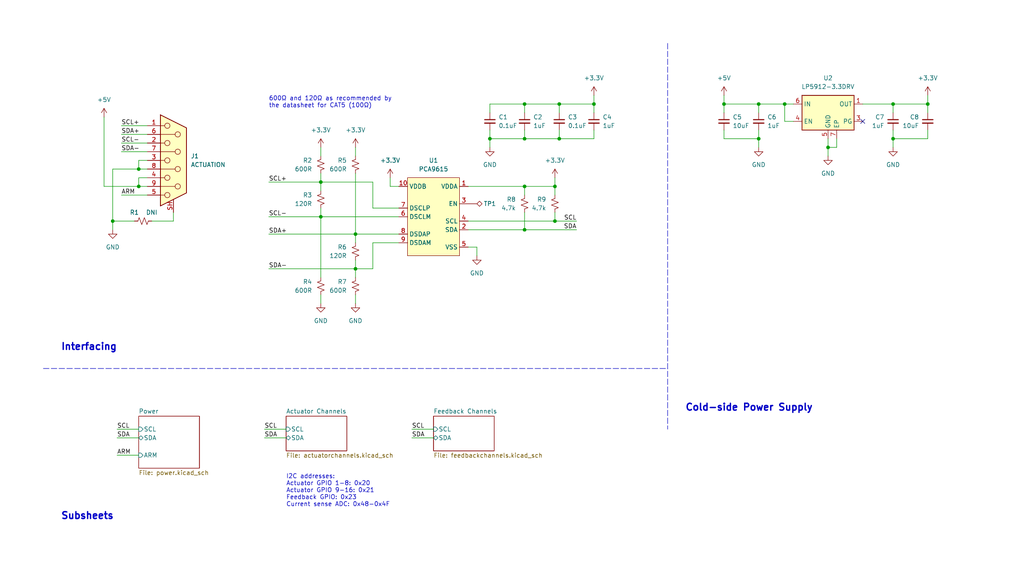
<source format=kicad_sch>
(kicad_sch (version 20211123) (generator eeschema)
  (paper "User" 299.999 170.002)
  (lib_symbols
    (symbol "+3.3V_1" (power) (pin_names (offset 0))
      (property "Value" "+3.3V_1" (at 0 3.556 0))
      (symbol "+3.3V_1_0_1"
        (polyline (pts (xy -0.762 1.27) (xy 0 2.54)))
        (polyline (pts (xy 0 0) (xy 0 2.54)))
        (polyline (pts (xy 0 2.54) (xy 0.762 1.27)))
      )
      (symbol "+3.3V_1_1_1"
        (pin power_in line (at 0 0 90) (length 0) hide (name "+3.3V") (number "1"))
      )
    )
    (symbol "+5V_1" (power) (pin_names (offset 0))
      (property "Value" "+5V_1" (at 0 3.556 0))
      (symbol "+5V_1_0_1"
        (polyline (pts (xy -0.762 1.27) (xy 0 2.54)))
        (polyline (pts (xy 0 0) (xy 0 2.54)))
        (polyline (pts (xy 0 2.54) (xy 0.762 1.27)))
      )
      (symbol "+5V_1_1_1"
        (pin power_in line (at 0 0 90) (length 0) hide (name "+5V") (number "1"))
      )
    )
    (symbol "Connector:DB9_Female_MountingHoles" (pin_names (offset 1.016) hide)
      (property "Reference" "J?" (at 5.08 1.2701 0))
      (property "Value" "DB9_Female_MountingHoles" (at 5.08 -1.2699 0))
      (symbol "DB9_Female_MountingHoles_0_1"
        (circle (center -1.778 -10.16) (radius 0.762))
        (circle (center -1.778 -5.08) (radius 0.762))
        (circle (center -1.778 0) (radius 0.762))
        (circle (center -1.778 5.08) (radius 0.762))
        (circle (center -1.778 10.16) (radius 0.762))
        (polyline (pts (xy -3.81 -10.16) (xy -2.54 -10.16)))
        (polyline (pts (xy -3.81 -7.62) (xy 0.508 -7.62)))
        (polyline (pts (xy -3.81 -5.08) (xy -2.54 -5.08)))
        (polyline (pts (xy -3.81 -2.54) (xy 0.508 -2.54)))
        (polyline (pts (xy -3.81 0) (xy -2.54 0)))
        (polyline (pts (xy -3.81 2.54) (xy 0.508 2.54)))
        (polyline (pts (xy -3.81 5.08) (xy -2.54 5.08)))
        (polyline (pts (xy -3.81 7.62) (xy 0.508 7.62)))
        (polyline (pts (xy -3.81 10.16) (xy -2.54 10.16)))
        (polyline (pts (xy -3.81 13.335) (xy -3.81 -13.335) (xy 3.81 -9.525) (xy 3.81 9.525) (xy -3.81 13.335)) (stroke (width 0.254)) (fill (type background)))
        (circle (center 1.27 -7.62) (radius 0.762))
        (circle (center 1.27 -2.54) (radius 0.762))
        (circle (center 1.27 2.54) (radius 0.762))
        (circle (center 1.27 7.62) (radius 0.762))
      )
      (symbol "DB9_Female_MountingHoles_1_1"
        (pin passive line (at -7.62 10.16 0) (length 3.81) (name "1") (number "1"))
        (pin passive line (at -7.62 5.08 0) (length 3.81) (name "2") (number "2"))
        (pin passive line (at -7.62 0 0) (length 3.81) (name "3") (number "3"))
        (pin passive line (at -7.62 -5.08 0) (length 3.81) (name "4") (number "4"))
        (pin passive line (at -7.62 -10.16 0) (length 3.81) (name "5") (number "5"))
        (pin passive line (at -7.62 7.62 0) (length 3.81) (name "6") (number "6"))
        (pin passive line (at -7.62 2.54 0) (length 3.81) (name "7") (number "7"))
        (pin passive line (at -7.62 -2.54 0) (length 3.81) (name "8") (number "8"))
        (pin passive line (at -7.62 -7.62 0) (length 3.81) (name "9") (number "9"))
        (pin passive line (at 0 -15.24 90) (length 3.81) (name "PAD") (number "SH"))
      )
    )
    (symbol "Connector:TestPoint_Alt" (pin_numbers hide) (pin_names (offset 0.762) hide)
      (property "Reference" "TP" (at 0 6.858 0))
      (property "Value" "TestPoint_Alt" (at 0 5.08 0))
      (symbol "TestPoint_Alt_0_1"
        (polyline (pts (xy 0 2.54) (xy -0.762 3.302) (xy 0 4.064) (xy 0.762 3.302) (xy 0 2.54)))
      )
      (symbol "TestPoint_Alt_1_1"
        (pin passive line (at 0 0 90) (length 2.54) (name "1") (number "1"))
      )
    )
    (symbol "Device:C_Small" (pin_numbers hide) (pin_names (offset 0.254) hide)
      (property "Reference" "C" (at 0.254 1.778 0))
      (property "Value" "C_Small" (at 0.254 -2.032 0))
      (symbol "C_Small_0_1"
        (polyline (pts (xy -1.524 -0.508) (xy 1.524 -0.508)) (stroke (width 0.3302)))
        (polyline (pts (xy -1.524 0.508) (xy 1.524 0.508)) (stroke (width 0.3048)))
      )
      (symbol "C_Small_1_1"
        (pin passive line (at 0 2.54 270) (length 2.032) (name "~") (number "1"))
        (pin passive line (at 0 -2.54 90) (length 2.032) (name "~") (number "2"))
      )
    )
    (symbol "Device:R_Small_US" (pin_numbers hide) (pin_names (offset 0.254) hide)
      (property "Reference" "R" (at 0.762 0.508 0))
      (property "Value" "R_Small_US" (at 0.762 -1.016 0))
      (symbol "R_Small_US_1_1"
        (polyline (pts (xy 0 0) (xy 1.016 -0.381) (xy 0 -0.762) (xy -1.016 -1.143) (xy 0 -1.524)))
        (polyline (pts (xy 0 1.524) (xy 1.016 1.143) (xy 0 0.762) (xy -1.016 0.381) (xy 0 0)))
        (pin passive line (at 0 2.54 270) (length 1.016) (name "~") (number "1"))
        (pin passive line (at 0 -2.54 90) (length 1.016) (name "~") (number "2"))
      )
    )
    (symbol "GND_1" (power) (pin_names (offset 0))
      (property "Value" "GND_1" (at 0 -3.81 0))
      (symbol "GND_1_0_1"
        (polyline (pts (xy 0 0) (xy 0 -1.27) (xy 1.27 -1.27) (xy 0 -2.54) (xy -1.27 -1.27) (xy 0 -1.27)))
      )
      (symbol "GND_1_1_1"
        (pin power_in line (at 0 0 270) (length 0) hide (name "GND") (number "1"))
      )
    )
    (symbol "Regulator_Linear:LP5912-3.3DRV"
      (property "Reference" "U" (at -3.81 6.35 0))
      (property "Value" "LP5912-3.3DRV" (at 6.35 6.35 0))
      (symbol "LP5912-3.3DRV_0_1"
        (rectangle (start -7.62 -5.08) (end 7.62 5.08) (stroke (width 0.254)) (fill (type background)))
        (pin power_out line (at 10.16 2.54 180) (length 2.54) (name "OUT") (number "1"))
        (pin no_connect line (at 7.62 0 180) (length 2.54) hide (name "NC") (number "2"))
        (pin input line (at -10.16 -2.54 0) (length 2.54) (name "EN") (number "4"))
        (pin power_in line (at 0 -7.62 90) (length 2.54) (name "GND") (number "5"))
        (pin power_in line (at -10.16 2.54 0) (length 2.54) (name "IN") (number "6"))
      )
      (symbol "LP5912-3.3DRV_1_1"
        (pin open_collector line (at 10.16 -2.54 180) (length 2.54) (name "PG") (number "3"))
        (pin passive line (at 2.54 -7.62 90) (length 2.54) (name "EP") (number "7"))
      )
    )
    (symbol "interface:PCA9615"
      (property "Reference" "U" (at 0 3.81 0))
      (property "Value" "PCA9615" (at 0 1.27 0))
      (symbol "PCA9615_0_0"
        (pin power_in line (at -10.16 -2.54 0) (length 2.54) (name "VDDA") (number "1"))
        (pin power_in line (at 10.16 -2.54 180) (length 2.54) (name "VDDB") (number "10"))
        (pin bidirectional line (at -10.16 -15.24 0) (length 2.54) (name "SDA") (number "2"))
        (pin input line (at -10.16 -7.62 0) (length 2.54) (name "EN") (number "3"))
        (pin bidirectional line (at -10.16 -12.7 0) (length 2.54) (name "SCL") (number "4"))
        (pin power_in line (at -10.16 -20.32 0) (length 2.54) (name "VSS") (number "5"))
        (pin bidirectional line (at 10.16 -11.43 180) (length 2.54) (name "DSCLM") (number "6"))
        (pin bidirectional line (at 10.16 -8.89 180) (length 2.54) (name "DSCLP") (number "7"))
        (pin bidirectional line (at 10.16 -16.51 180) (length 2.54) (name "DSDAP") (number "8"))
        (pin bidirectional line (at 10.16 -19.05 180) (length 2.54) (name "DSDAM") (number "9"))
      )
      (symbol "PCA9615_0_1"
        (rectangle (start -7.62 0) (end 7.62 -22.86) (fill (type background)))
      )
    )
    (symbol "power:+3.3V" (power) (pin_names (offset 0))
      (property "Value" "+3.3V" (at 0 3.556 0))
      (symbol "+3.3V_0_1"
        (polyline (pts (xy -0.762 1.27) (xy 0 2.54)))
        (polyline (pts (xy 0 0) (xy 0 2.54)))
        (polyline (pts (xy 0 2.54) (xy 0.762 1.27)))
      )
      (symbol "+3.3V_1_1"
        (pin power_in line (at 0 0 90) (length 0) hide (name "+3.3V") (number "1"))
      )
    )
    (symbol "power:+5V" (power) (pin_names (offset 0))
      (property "Value" "+5V" (at 0 3.556 0))
      (symbol "+5V_0_1"
        (polyline (pts (xy -0.762 1.27) (xy 0 2.54)))
        (polyline (pts (xy 0 0) (xy 0 2.54)))
        (polyline (pts (xy 0 2.54) (xy 0.762 1.27)))
      )
      (symbol "+5V_1_1"
        (pin power_in line (at 0 0 90) (length 0) hide (name "+5V") (number "1"))
      )
    )
    (symbol "power:GND" (power) (pin_names (offset 0))
      (property "Value" "GND" (at 0 -3.81 0))
      (symbol "GND_0_1"
        (polyline (pts (xy 0 0) (xy 0 -1.27) (xy 1.27 -1.27) (xy 0 -2.54) (xy -1.27 -1.27) (xy 0 -1.27)))
      )
      (symbol "GND_1_1"
        (pin power_in line (at 0 0 270) (length 0) hide (name "GND") (number "1"))
      )
    )
  )
  (junction (at 222.25 30.48))
  (junction (at 40.64 54.61))
  (junction (at 93.98 63.5))
  (junction (at 40.64 49.53))
  (junction (at 271.78 30.48))
  (junction (at 143.51 40.64))
  (junction (at 163.83 30.48))
  (junction (at 104.14 78.74))
  (junction (at 162.56 54.61))
  (junction (at 222.25 40.64))
  (junction (at 212.09 30.48))
  (junction (at 104.14 68.58))
  (junction (at 242.57 43.18))
  (junction (at 173.99 30.48))
  (junction (at 261.62 40.64))
  (junction (at 153.67 54.61))
  (junction (at 163.83 40.64))
  (junction (at 33.02 64.77))
  (junction (at 153.67 40.64))
  (junction (at 261.62 30.48))
  (junction (at 162.56 64.77))
  (junction (at 229.87 30.48))
  (junction (at 93.98 53.34))
  (junction (at 153.67 30.48))
  (junction (at 153.67 67.31))
  (no_connect (at 252.73 35.56))
  (wire (pts (xy 261.62 38.1) (xy 261.62 40.64)))
  (wire (pts (xy 222.25 30.48) (xy 222.25 33.02)))
  (wire (pts (xy 153.67 30.48) (xy 163.83 30.48)))
  (wire (pts (xy 33.02 49.53) (xy 33.02 64.77)))
  (wire (pts (xy 104.14 68.58) (xy 78.74 68.58)))
  (wire (pts (xy 232.41 35.56) (xy 229.87 35.56)))
  (wire (pts (xy 40.64 54.61) (xy 30.48 54.61)))
  (wire (pts (xy 104.14 76.2) (xy 104.14 78.74)))
  (wire (pts (xy 93.98 63.5) (xy 78.74 63.5)))
  (wire (pts (xy 162.56 62.23) (xy 162.56 64.77)))
  (wire (pts (xy 168.91 67.31) (xy 153.67 67.31)))
  (wire (pts (xy 104.14 43.18) (xy 104.14 45.72)))
  (wire (pts (xy 93.98 43.18) (xy 93.98 45.72)))
  (wire (pts (xy 109.22 60.96) (xy 116.84 60.96)))
  (wire (pts (xy 162.56 54.61) (xy 162.56 52.07)))
  (wire (pts (xy 77.47 128.27) (xy 83.82 128.27)))
  (wire (pts (xy 242.57 40.64) (xy 242.57 43.18)))
  (wire (pts (xy 153.67 62.23) (xy 153.67 67.31)))
  (wire (pts (xy 153.67 54.61) (xy 153.67 57.15)))
  (wire (pts (xy 245.11 43.18) (xy 245.11 40.64)))
  (wire (pts (xy 229.87 30.48) (xy 232.41 30.48)))
  (wire (pts (xy 261.62 43.18) (xy 261.62 40.64)))
  (wire (pts (xy 162.56 54.61) (xy 153.67 54.61)))
  (wire (pts (xy 34.29 128.27) (xy 40.64 128.27)))
  (wire (pts (xy 93.98 50.8) (xy 93.98 53.34)))
  (wire (pts (xy 30.48 34.29) (xy 30.48 54.61)))
  (wire (pts (xy 271.78 27.94) (xy 271.78 30.48)))
  (wire (pts (xy 143.51 43.18) (xy 143.51 40.64)))
  (polyline (pts (xy 195.58 12.7) (xy 195.58 125.73)))
  (wire (pts (xy 212.09 40.64) (xy 222.25 40.64)))
  (wire (pts (xy 222.25 30.48) (xy 229.87 30.48)))
  (wire (pts (xy 109.22 53.34) (xy 109.22 60.96)))
  (wire (pts (xy 50.8 64.77) (xy 50.8 62.23)))
  (wire (pts (xy 104.14 78.74) (xy 104.14 81.28)))
  (wire (pts (xy 212.09 30.48) (xy 222.25 30.48)))
  (wire (pts (xy 261.62 30.48) (xy 261.62 33.02)))
  (wire (pts (xy 40.64 49.53) (xy 33.02 49.53)))
  (wire (pts (xy 93.98 63.5) (xy 93.98 81.28)))
  (wire (pts (xy 168.91 64.77) (xy 162.56 64.77)))
  (wire (pts (xy 104.14 88.9) (xy 104.14 86.36)))
  (wire (pts (xy 261.62 30.48) (xy 271.78 30.48)))
  (wire (pts (xy 173.99 27.94) (xy 173.99 30.48)))
  (wire (pts (xy 212.09 27.94) (xy 212.09 30.48)))
  (wire (pts (xy 93.98 53.34) (xy 78.74 53.34)))
  (wire (pts (xy 104.14 50.8) (xy 104.14 68.58)))
  (wire (pts (xy 35.56 44.45) (xy 43.18 44.45)))
  (wire (pts (xy 35.56 36.83) (xy 43.18 36.83)))
  (wire (pts (xy 137.16 54.61) (xy 153.67 54.61)))
  (wire (pts (xy 252.73 30.48) (xy 261.62 30.48)))
  (wire (pts (xy 120.65 125.73) (xy 127 125.73)))
  (wire (pts (xy 212.09 30.48) (xy 212.09 33.02)))
  (wire (pts (xy 139.7 72.39) (xy 139.7 74.93)))
  (wire (pts (xy 35.56 57.15) (xy 43.18 57.15)))
  (wire (pts (xy 222.25 38.1) (xy 222.25 40.64)))
  (wire (pts (xy 173.99 33.02) (xy 173.99 30.48)))
  (wire (pts (xy 143.51 30.48) (xy 143.51 33.02)))
  (wire (pts (xy 163.83 38.1) (xy 163.83 40.64)))
  (wire (pts (xy 116.84 68.58) (xy 104.14 68.58)))
  (wire (pts (xy 120.65 128.27) (xy 127 128.27)))
  (wire (pts (xy 153.67 38.1) (xy 153.67 40.64)))
  (wire (pts (xy 116.84 71.12) (xy 109.22 71.12)))
  (wire (pts (xy 33.02 64.77) (xy 33.02 67.31)))
  (wire (pts (xy 104.14 78.74) (xy 78.74 78.74)))
  (wire (pts (xy 93.98 53.34) (xy 93.98 55.88)))
  (wire (pts (xy 222.25 43.18) (xy 222.25 40.64)))
  (wire (pts (xy 162.56 57.15) (xy 162.56 54.61)))
  (wire (pts (xy 137.16 67.31) (xy 153.67 67.31)))
  (wire (pts (xy 34.29 125.73) (xy 40.64 125.73)))
  (wire (pts (xy 163.83 30.48) (xy 163.83 33.02)))
  (wire (pts (xy 271.78 40.64) (xy 271.78 38.1)))
  (wire (pts (xy 43.18 52.07) (xy 40.64 52.07)))
  (wire (pts (xy 163.83 40.64) (xy 173.99 40.64)))
  (wire (pts (xy 242.57 43.18) (xy 242.57 45.72)))
  (wire (pts (xy 137.16 72.39) (xy 139.7 72.39)))
  (wire (pts (xy 109.22 78.74) (xy 109.22 71.12)))
  (wire (pts (xy 229.87 30.48) (xy 229.87 35.56)))
  (wire (pts (xy 173.99 38.1) (xy 173.99 40.64)))
  (wire (pts (xy 116.84 54.61) (xy 114.3 54.61)))
  (wire (pts (xy 137.16 64.77) (xy 162.56 64.77)))
  (wire (pts (xy 93.98 60.96) (xy 93.98 63.5)))
  (wire (pts (xy 271.78 30.48) (xy 271.78 33.02)))
  (wire (pts (xy 143.51 30.48) (xy 153.67 30.48)))
  (wire (pts (xy 43.18 54.61) (xy 40.64 54.61)))
  (wire (pts (xy 33.02 64.77) (xy 39.37 64.77)))
  (wire (pts (xy 77.47 125.73) (xy 83.82 125.73)))
  (wire (pts (xy 44.45 64.77) (xy 50.8 64.77)))
  (wire (pts (xy 35.56 39.37) (xy 43.18 39.37)))
  (wire (pts (xy 104.14 78.74) (xy 109.22 78.74)))
  (wire (pts (xy 242.57 43.18) (xy 245.11 43.18)))
  (wire (pts (xy 163.83 30.48) (xy 173.99 30.48)))
  (wire (pts (xy 116.84 63.5) (xy 93.98 63.5)))
  (wire (pts (xy 109.22 53.34) (xy 93.98 53.34)))
  (wire (pts (xy 271.78 40.64) (xy 261.62 40.64)))
  (wire (pts (xy 40.64 49.53) (xy 43.18 49.53)))
  (wire (pts (xy 104.14 68.58) (xy 104.14 71.12)))
  (wire (pts (xy 40.64 52.07) (xy 40.64 54.61)))
  (wire (pts (xy 153.67 30.48) (xy 153.67 33.02)))
  (wire (pts (xy 40.64 46.99) (xy 40.64 49.53)))
  (wire (pts (xy 143.51 40.64) (xy 153.67 40.64)))
  (wire (pts (xy 212.09 40.64) (xy 212.09 38.1)))
  (wire (pts (xy 153.67 40.64) (xy 163.83 40.64)))
  (wire (pts (xy 114.3 54.61) (xy 114.3 52.07)))
  (wire (pts (xy 43.18 46.99) (xy 40.64 46.99)))
  (wire (pts (xy 93.98 88.9) (xy 93.98 86.36)))
  (wire (pts (xy 143.51 40.64) (xy 143.51 38.1)))
  (polyline (pts (xy 12.7 107.95) (xy 195.58 107.95)))
  (wire (pts (xy 34.29 133.35) (xy 40.64 133.35)))
  (wire (pts (xy 35.56 41.91) (xy 43.18 41.91)))
  (text "Interfacing" (at 17.78 102.87 0) (effects (font (size 2 2) bold) (justify left bottom)))
  (text "Subsheets" (at 17.78 152.4 0) (effects (font (size 2 2) bold) (justify left bottom)))
  (text "600Ω and 120Ω as recommended by \nthe datasheet for CAT5 (100Ω)" (at 78.74 31.75 0) (effects (font (size 1.27 1.27)) (justify left bottom)))
  (text "I2C addresses:\nActuator GPIO 1-8: 0x20\nActuator GPIO 9-16: 0x21\nFeedback GPIO: 0x23 \nCurrent sense ADC: 0x48-0x4F" (at 83.82 148.59 0) (effects (font (size 1.27 1.27)) (justify left bottom)))
  (text "Cold-side Power Supply" (at 200.66 120.65 0) (effects (font (size 2 2) bold) (justify left bottom)))
  (label "SCL+" (at 35.56 36.83 0))
  (label "SCL" (at 34.29 125.73 0))
  (label "SCL" (at 120.65 125.73 0))
  (label "SCL-" (at 78.74 63.5 0))
  (label "SDA-" (at 35.56 44.45 0))
  (label "SDA" (at 168.91 67.31 180))
  (label "SCL" (at 77.47 125.73 0))
  (label "SDA+" (at 78.74 68.58 0))
  (label "SDA-" (at 78.74 78.74 0))
  (label "SDA+" (at 35.56 39.37 0))
  (label "SCL-" (at 35.56 41.91 0))
  (label "SDA" (at 77.47 128.27 0))
  (label "SCL+" (at 78.74 53.34 0))
  (label "ARM" (at 34.29 133.35 0))
  (label "SCL" (at 168.91 64.77 180))
  (label "SDA" (at 120.65 128.27 0))
  (label "ARM" (at 35.56 57.15 0))
  (label "SDA" (at 34.29 128.27 0))
  (symbol (lib_id "Device:R_Small_US") (at 162.56 59.69 0) (mirror y) (unit 1)
    (property "Reference" "R9" (at 160.02 58.42 0) (effects (justify left)))
    (property "Value" "4.7k" (at 160.02 60.96 0) (effects (justify left)))
    (property "Footprint" "Resistor_SMD:R_0603_1608Metric" (effects hide))
  )
  (symbol (lib_id "power:GND") (at 33.02 67.31 0) (unit 1)
    (property "Reference" "#PWR0104" (effects hide))
    (property "Value" "GND" (at 33.02 72.39 0))
  )
  (symbol (lib_id "Device:R_Small_US") (at 93.98 83.82 0) (mirror y) (unit 1)
    (property "Reference" "R4" (at 91.44 82.55 0) (effects (justify left)))
    (property "Value" "600R" (at 91.44 85.09 0) (effects (justify left)))
    (property "Footprint" "Resistor_SMD:R_0603_1608Metric" (effects hide))
  )
  (symbol (lib_id "Device:R_Small_US") (at 104.14 48.26 0) (mirror y) (unit 1)
    (property "Reference" "R5" (at 101.6 46.99 0) (effects (justify left)))
    (property "Value" "600R" (at 101.6 49.53 0) (effects (justify left)))
    (property "Footprint" "Resistor_SMD:R_0603_1608Metric" (effects hide))
  )
  (symbol (lib_id "power:GND") (at 222.25 43.18 0) (unit 1)
    (property "Reference" "#PWR0112" (effects hide))
    (property "Value" "GND" (at 222.25 48.26 0))
  )
  (symbol (lib_id "power:+5V") (at 30.48 34.29 0) (unit 1)
    (property "Reference" "#PWR0105" (effects hide))
    (property "Value" "+5V" (at 30.48 29.21 0))
  )
  (symbol (lib_id "Device:C_Small") (at 153.67 35.56 0) (unit 1)
    (property "Reference" "C2" (at 156.21 34.2962 0) (effects (justify left)))
    (property "Value" "1uF" (at 156.21 36.8362 0) (effects (justify left)))
    (property "Footprint" "Capacitor_SMD:C_0603_1608Metric" (effects hide))
  )
  (symbol (lib_id "Device:C_Small") (at 143.51 35.56 0) (unit 1)
    (property "Reference" "C1" (at 146.05 34.2962 0) (effects (justify left)))
    (property "Value" "0.1uF" (at 146.05 36.8362 0) (effects (justify left)))
    (property "Footprint" "Capacitor_SMD:C_0603_1608Metric" (effects hide))
  )
  (symbol (lib_id "Device:C_Small") (at 212.09 35.56 0) (unit 1)
    (property "Reference" "C5" (at 214.63 34.2962 0) (effects (justify left)))
    (property "Value" "10uF" (at 214.63 36.8362 0) (effects (justify left)))
    (property "Footprint" "Capacitor_SMD:C_0805_2012Metric" (effects hide))
  )
  (symbol (lib_id "interface:PCA9615") (at 127 52.07 0) (mirror y) (unit 1)
    (property "Reference" "U1" (at 127 46.99 0))
    (property "Value" "PCA9615" (at 127 49.53 0))
    (property "Footprint" "Package_SO:TSSOP-10_3x3mm_P0.5mm" (effects hide))
    (property "Datasheet" "https://www.nxp.com/docs/en/data-sheet/PCA9615.pdf" (effects hide))
    (property "MPN" "PCA9615DPZ" (effects hide))
  )
  (symbol (lib_id "power:GND") (at 261.62 43.18 0) (mirror y) (unit 1)
    (property "Reference" "#PWR0101" (effects hide))
    (property "Value" "GND" (at 261.62 48.26 0))
  )
  (symbol (lib_id "Device:C_Small") (at 222.25 35.56 0) (unit 1)
    (property "Reference" "C6" (at 224.79 34.2962 0) (effects (justify left)))
    (property "Value" "1uF" (at 224.79 36.8362 0) (effects (justify left)))
    (property "Footprint" "Capacitor_SMD:C_0603_1608Metric" (effects hide))
  )
  (symbol (lib_id "Device:C_Small") (at 271.78 35.56 0) (mirror y) (unit 1)
    (property "Reference" "C8" (at 269.24 34.2962 0) (effects (justify left)))
    (property "Value" "10uF" (at 269.24 36.8362 0) (effects (justify left)))
    (property "Footprint" "Capacitor_SMD:C_0805_2012Metric" (effects hide))
  )
  (symbol (lib_id "Connector:DB9_Female_MountingHoles") (at 50.8 46.99 0) (unit 1)
    (property "Reference" "J1" (at 55.88 45.7199 0) (effects (justify left)))
    (property "Value" "ACTUATION" (at 55.88 48.2599 0) (effects (justify left)))
    (property "Footprint" "actuation:182-009-213R561" (effects hide))
    (property "MPN" "182-009-213R561" (effects hide))
  )
  (symbol (lib_id "power:GND") (at 143.51 43.18 0) (unit 1)
    (property "Reference" "#PWR0110" (effects hide))
    (property "Value" "GND" (at 143.51 48.26 0))
  )
  (symbol (lib_id "Device:C_Small") (at 163.83 35.56 0) (unit 1)
    (property "Reference" "C3" (at 166.37 34.2962 0) (effects (justify left)))
    (property "Value" "0.1uF" (at 166.37 36.8362 0) (effects (justify left)))
    (property "Footprint" "Capacitor_SMD:C_0603_1608Metric" (effects hide))
  )
  (symbol (lib_id "Device:R_Small_US") (at 104.14 83.82 0) (mirror y) (unit 1)
    (property "Reference" "R7" (at 101.6 82.55 0) (effects (justify left)))
    (property "Value" "600R" (at 101.6 85.09 0) (effects (justify left)))
    (property "Footprint" "Resistor_SMD:R_0603_1608Metric" (effects hide))
  )
  (symbol (lib_id "Device:C_Small") (at 261.62 35.56 0) (mirror y) (unit 1)
    (property "Reference" "C7" (at 259.08 34.2962 0) (effects (justify left)))
    (property "Value" "1uF" (at 259.08 36.8362 0) (effects (justify left)))
    (property "Footprint" "Capacitor_SMD:C_0603_1608Metric" (effects hide))
  )
  (symbol (lib_name "GND_1") (lib_id "power:GND") (at 242.57 45.72 0) (unit 1)
    (property "Reference" "#PWR0102" (effects hide))
    (property "Value" "GND" (at 242.57 50.8 0))
  )
  (symbol (lib_id "Connector:TestPoint_Alt") (at 137.16 59.69 270) (unit 1)
    (property "Reference" "TP1" (at 143.51 59.69 90))
    (property "Value" "TestPoint_Alt" (effects hide))
    (property "Footprint" "TestPoint:TestPoint_Pad_D2.0mm" (effects hide))
  )
  (symbol (lib_id "power:+3.3V") (at 93.98 43.18 0) (mirror y) (unit 1)
    (property "Reference" "#PWR0106" (effects hide))
    (property "Value" "+3.3V" (at 93.98 38.1 0))
  )
  (symbol (lib_id "Device:R_Small_US") (at 93.98 58.42 0) (mirror y) (unit 1)
    (property "Reference" "R3" (at 91.44 57.15 0) (effects (justify left)))
    (property "Value" "120R" (at 91.44 59.69 0) (effects (justify left)))
    (property "Footprint" "Resistor_SMD:R_0603_1608Metric" (effects hide))
  )
  (symbol (lib_id "power:+3.3V") (at 114.3 52.07 0) (mirror y) (unit 1)
    (property "Reference" "#PWR0107" (effects hide))
    (property "Value" "+3.3V" (at 114.3 46.99 0))
  )
  (symbol (lib_id "Device:C_Small") (at 173.99 35.56 0) (unit 1)
    (property "Reference" "C4" (at 176.53 34.2962 0) (effects (justify left)))
    (property "Value" "1uF" (at 176.53 36.8362 0) (effects (justify left)))
    (property "Footprint" "Capacitor_SMD:C_0603_1608Metric" (effects hide))
  )
  (symbol (lib_id "power:+3.3V") (at 162.56 52.07 0) (mirror y) (unit 1)
    (property "Reference" "#PWR0109" (effects hide))
    (property "Value" "+3.3V" (at 162.56 46.99 0))
  )
  (symbol (lib_name "+5V_1") (lib_id "power:+5V") (at 212.09 27.94 0) (unit 1)
    (property "Reference" "#PWR0113" (effects hide))
    (property "Value" "+5V" (at 212.09 22.86 0))
  )
  (symbol (lib_id "power:GND") (at 93.98 88.9 0) (mirror y) (unit 1)
    (property "Reference" "#PWR0115" (effects hide))
    (property "Value" "GND" (at 93.98 93.98 0))
  )
  (symbol (lib_id "power:+3.3V") (at 104.14 43.18 0) (mirror y) (unit 1)
    (property "Reference" "#PWR0108" (effects hide))
    (property "Value" "+3.3V" (at 104.14 38.1 0))
  )
  (symbol (lib_name "+3.3V_1") (lib_id "power:+3.3V") (at 271.78 27.94 0) (unit 1)
    (property "Reference" "#PWR0103" (effects hide))
    (property "Value" "+3.3V" (at 271.78 22.86 0))
  )
  (symbol (lib_id "Device:R_Small_US") (at 41.91 64.77 90) (unit 1)
    (property "Reference" "R1" (at 39.37 62.23 90))
    (property "Value" "DNI" (at 44.45 62.23 90))
    (property "Footprint" "Resistor_SMD:R_0603_1608Metric" (effects hide))
    (property "MPN" "RC0603JR-070RL" (effects hide))
  )
  (symbol (lib_id "power:+3.3V") (at 173.99 27.94 0) (unit 1)
    (property "Reference" "#PWR0111" (effects hide))
    (property "Value" "+3.3V" (at 173.99 22.86 0))
  )
  (symbol (lib_id "power:GND") (at 104.14 88.9 0) (mirror y) (unit 1)
    (property "Reference" "#PWR0116" (effects hide))
    (property "Value" "GND" (at 104.14 93.98 0))
  )
  (symbol (lib_id "Device:R_Small_US") (at 93.98 48.26 0) (mirror y) (unit 1)
    (property "Reference" "R2" (at 91.44 46.99 0) (effects (justify left)))
    (property "Value" "600R" (at 91.44 49.53 0) (effects (justify left)))
    (property "Footprint" "Resistor_SMD:R_0603_1608Metric" (effects hide))
  )
  (symbol (lib_id "power:GND") (at 139.7 74.93 0) (mirror y) (unit 1)
    (property "Reference" "#PWR0114" (effects hide))
    (property "Value" "GND" (at 139.7 80.01 0))
  )
  (symbol (lib_id "Device:R_Small_US") (at 104.14 73.66 0) (mirror y) (unit 1)
    (property "Reference" "R6" (at 101.6 72.39 0) (effects (justify left)))
    (property "Value" "120R" (at 101.6 74.93 0) (effects (justify left)))
    (property "Footprint" "Resistor_SMD:R_0603_1608Metric" (effects hide))
  )
  (symbol (lib_id "Regulator_Linear:LP5912-3.3DRV") (at 242.57 33.02 0) (unit 1)
    (property "Reference" "U2" (at 242.57 22.86 0))
    (property "Value" "LP5912-3.3DRV" (at 242.57 25.4 0))
    (property "Footprint" "Package_SON:WSON-6-1EP_2x2mm_P0.65mm_EP1x1.6mm_ThermalVias" (effects hide))
    (property "Datasheet" "http://www.ti.com/lit/ds/symlink/lp5912.pdf" (effects hide))
  )
  (symbol (lib_id "Device:R_Small_US") (at 153.67 59.69 0) (mirror y) (unit 1)
    (property "Reference" "R8" (at 151.13 58.42 0) (effects (justify left)))
    (property "Value" "4.7k" (at 151.13 60.96 0) (effects (justify left)))
    (property "Footprint" "Resistor_SMD:R_0603_1608Metric" (effects hide))
  )
  (sheet (at 127 121.92) (size 17.78 10.16) (stroke (width 0.1524))
    (property "Sheet name" "Feedback Channels" (at 127 121.2084 0) (effects (justify left bottom)))
    (property "Sheet file" "feedbackchannels.kicad_sch" (at 127 132.6646 0) (effects (justify left top)))
    (pin "SCL" input (at 127 125.73 180))
    (pin "SDA" bidirectional (at 127 128.27 180))
  )
  (sheet (at 40.64 121.92) (size 17.78 15.24) (stroke (width 0.1524))
    (property "Sheet name" "Power" (at 40.64 121.2084 0) (effects (justify left bottom)))
    (property "Sheet file" "power.kicad_sch" (at 40.64 137.7446 0) (effects (justify left top)))
    (pin "SCL" input (at 40.64 125.73 180))
    (pin "SDA" bidirectional (at 40.64 128.27 180))
    (pin "ARM" input (at 40.64 133.35 180))
  )
  (sheet (at 83.82 121.92) (size 17.78 10.16) (stroke (width 0.1524))
    (property "Sheet name" "Actuator Channels" (at 83.82 121.2084 0) (effects (justify left bottom)))
    (property "Sheet file" "actuatorchannels.kicad_sch" (at 83.82 132.6646 0) (effects (justify left top)))
    (pin "SDA" bidirectional (at 83.82 128.27 180))
    (pin "SCL" input (at 83.82 125.73 180))
  )
)
</source>
